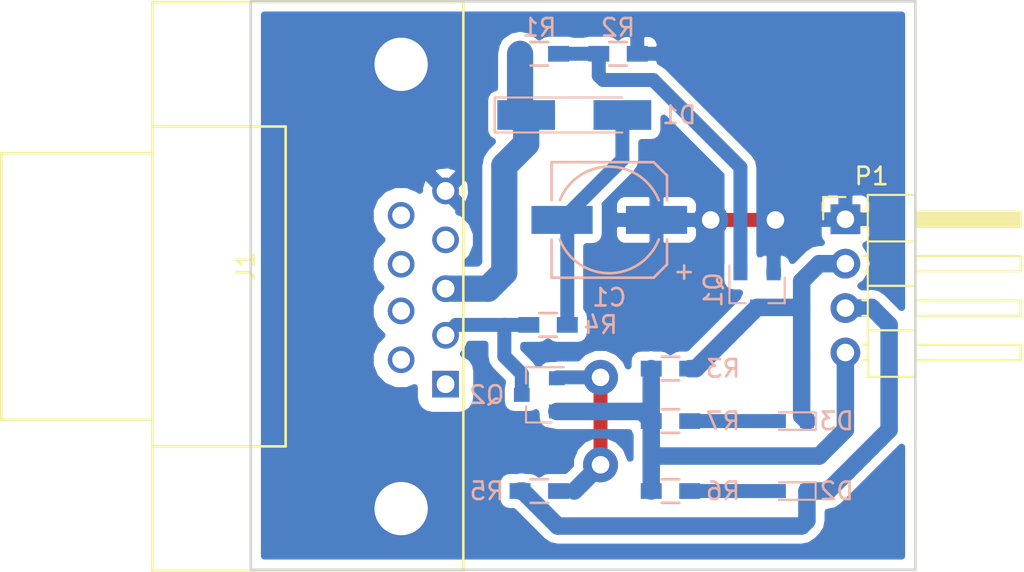
<source format=kicad_pcb>
(kicad_pcb (version 4) (host pcbnew 4.0.7-e2-6376~58~ubuntu16.04.1)

  (general
    (links 26)
    (no_connects 0)
    (area 27.424999 16.924999 65.575001 49.575001)
    (thickness 1.6)
    (drawings 4)
    (tracks 67)
    (zones 0)
    (modules 15)
    (nets 18)
  )

  (page A4 portrait)
  (layers
    (0 F.Cu signal)
    (31 B.Cu signal)
    (32 B.Adhes user)
    (33 F.Adhes user)
    (34 B.Paste user)
    (35 F.Paste user)
    (36 B.SilkS user)
    (37 F.SilkS user)
    (38 B.Mask user)
    (39 F.Mask user)
    (40 Dwgs.User user)
    (41 Cmts.User user)
    (42 Eco1.User user)
    (43 Eco2.User user)
    (44 Edge.Cuts user)
    (45 Margin user)
    (46 B.CrtYd user)
    (47 F.CrtYd user)
    (48 B.Fab user)
    (49 F.Fab user)
  )

  (setup
    (last_trace_width 0.8)
    (user_trace_width 0.8)
    (user_trace_width 1)
    (user_trace_width 1.5)
    (trace_clearance 0.5)
    (zone_clearance 0.508)
    (zone_45_only no)
    (trace_min 0.2)
    (segment_width 0.2)
    (edge_width 0.15)
    (via_size 2)
    (via_drill 1)
    (via_min_size 0.4)
    (via_min_drill 0.3)
    (uvia_size 0.3)
    (uvia_drill 0.1)
    (uvias_allowed no)
    (uvia_min_size 0.2)
    (uvia_min_drill 0.1)
    (pcb_text_width 0.3)
    (pcb_text_size 1.5 1.5)
    (mod_edge_width 0.15)
    (mod_text_size 1 1)
    (mod_text_width 0.15)
    (pad_size 3.81 3.81)
    (pad_drill 3.048)
    (pad_to_mask_clearance 0.2)
    (aux_axis_origin 0 0)
    (visible_elements FFFFFF7F)
    (pcbplotparams
      (layerselection 0x00030_80000001)
      (usegerberextensions false)
      (excludeedgelayer true)
      (linewidth 0.100000)
      (plotframeref false)
      (viasonmask false)
      (mode 1)
      (useauxorigin false)
      (hpglpennumber 1)
      (hpglpenspeed 20)
      (hpglpendiameter 15)
      (hpglpenoverlay 2)
      (psnegative false)
      (psa4output false)
      (plotreference true)
      (plotvalue true)
      (plotinvisibletext false)
      (padsonsilk false)
      (subtractmaskfromsilk false)
      (outputformat 1)
      (mirror false)
      (drillshape 1)
      (scaleselection 1)
      (outputdirectory ""))
  )

  (net 0 "")
  (net 1 GND)
  (net 2 "Net-(C1-Pad2)")
  (net 3 "Net-(D1-Pad1)")
  (net 4 "Net-(D2-Pad2)")
  (net 5 "Net-(D2-Pad1)")
  (net 6 "Net-(D3-Pad2)")
  (net 7 "Net-(D3-Pad1)")
  (net 8 "Net-(J1-Pad1)")
  (net 9 "Net-(J1-Pad2)")
  (net 10 "Net-(J1-Pad4)")
  (net 11 "Net-(J1-Pad6)")
  (net 12 "Net-(J1-Pad7)")
  (net 13 "Net-(J1-Pad8)")
  (net 14 "Net-(J1-Pad9)")
  (net 15 VCC)
  (net 16 "Net-(Q1-Pad1)")
  (net 17 "Net-(Q2-Pad1)")

  (net_class Default "This is the default net class."
    (clearance 0.5)
    (trace_width 0.8)
    (via_dia 2)
    (via_drill 1)
    (uvia_dia 0.3)
    (uvia_drill 0.1)
    (add_net GND)
    (add_net "Net-(C1-Pad2)")
    (add_net "Net-(D1-Pad1)")
    (add_net "Net-(D2-Pad1)")
    (add_net "Net-(D2-Pad2)")
    (add_net "Net-(D3-Pad1)")
    (add_net "Net-(D3-Pad2)")
    (add_net "Net-(J1-Pad1)")
    (add_net "Net-(J1-Pad2)")
    (add_net "Net-(J1-Pad4)")
    (add_net "Net-(J1-Pad6)")
    (add_net "Net-(J1-Pad7)")
    (add_net "Net-(J1-Pad8)")
    (add_net "Net-(J1-Pad9)")
    (add_net "Net-(Q1-Pad1)")
    (add_net "Net-(Q2-Pad1)")
    (add_net VCC)
  )

  (net_class 1mm ""
    (clearance 0.3)
    (trace_width 1)
    (via_dia 2)
    (via_drill 1)
    (uvia_dia 0.3)
    (uvia_drill 0.1)
  )

  (module Diodes_SMD:MiniMELF_Handsoldering (layer B.Cu) (tedit 586459CA) (tstamp 5A8BACD7)
    (at 46 23.5)
    (descr "Diode Mini-MELF Handsoldering")
    (tags "Diode Mini-MELF Handsoldering")
    (path /5A8219CC)
    (attr smd)
    (fp_text reference D1 (at 6 0) (layer B.SilkS)
      (effects (font (size 1 1) (thickness 0.15)) (justify mirror))
    )
    (fp_text value 1N4148 (at 0 -3.81) (layer B.Fab)
      (effects (font (size 1 1) (thickness 0.15)) (justify mirror))
    )
    (fp_line (start 2.75 1) (end -4.55 1) (layer B.SilkS) (width 0.12))
    (fp_line (start -4.55 1) (end -4.55 -1) (layer B.SilkS) (width 0.12))
    (fp_line (start -4.55 -1) (end 2.75 -1) (layer B.SilkS) (width 0.12))
    (fp_line (start 1.65 0.8) (end 1.65 -0.8) (layer B.Fab) (width 0.1))
    (fp_line (start 1.65 -0.8) (end -1.65 -0.8) (layer B.Fab) (width 0.1))
    (fp_line (start -1.65 -0.8) (end -1.65 0.8) (layer B.Fab) (width 0.1))
    (fp_line (start -1.65 0.8) (end 1.65 0.8) (layer B.Fab) (width 0.1))
    (fp_line (start 0.25 0) (end 0.75 0) (layer B.Fab) (width 0.1))
    (fp_line (start 0.25 -0.4) (end -0.35 0) (layer B.Fab) (width 0.1))
    (fp_line (start 0.25 0.4) (end 0.25 -0.4) (layer B.Fab) (width 0.1))
    (fp_line (start -0.35 0) (end 0.25 0.4) (layer B.Fab) (width 0.1))
    (fp_line (start -0.35 0) (end -0.35 -0.55) (layer B.Fab) (width 0.1))
    (fp_line (start -0.35 0) (end -0.35 0.55) (layer B.Fab) (width 0.1))
    (fp_line (start -0.75 0) (end -0.35 0) (layer B.Fab) (width 0.1))
    (fp_line (start -4.65 1.1) (end 4.65 1.1) (layer B.CrtYd) (width 0.05))
    (fp_line (start 4.65 1.1) (end 4.65 -1.1) (layer B.CrtYd) (width 0.05))
    (fp_line (start 4.65 -1.1) (end -4.65 -1.1) (layer B.CrtYd) (width 0.05))
    (fp_line (start -4.65 -1.1) (end -4.65 1.1) (layer B.CrtYd) (width 0.05))
    (pad 1 smd rect (at -2.75 0) (size 3.3 1.7) (layers B.Cu B.Paste B.Mask)
      (net 3 "Net-(D1-Pad1)"))
    (pad 2 smd rect (at 2.75 0) (size 3.3 1.7) (layers B.Cu B.Paste B.Mask)
      (net 2 "Net-(C1-Pad2)"))
    (model Diodes_SMD.3dshapes/MiniMELF_Handsoldering.wrl
      (at (xyz 0 0 0))
      (scale (xyz 0.3937 0.3937 0.3937))
      (rotate (xyz 0 0 180))
    )
  )

  (module Capacitors_SMD:c_elec_6.3x7.7 (layer B.Cu) (tedit 57FA45E9) (tstamp 5A8BACBF)
    (at 48 29.5 180)
    (descr "SMT capacitor, aluminium electrolytic, 6.3x7.7")
    (path /5A821B20)
    (attr smd)
    (fp_text reference C1 (at 0 -4.4323 180) (layer B.SilkS)
      (effects (font (size 1 1) (thickness 0.15)) (justify mirror))
    )
    (fp_text value 10uF (at 0 4.4323 180) (layer B.Fab)
      (effects (font (size 1 1) (thickness 0.15)) (justify mirror))
    )
    (fp_line (start 3.1496 -3.1496) (end 3.1496 3.1496) (layer B.Fab) (width 0.15))
    (fp_line (start -2.4765 -3.1496) (end 3.1496 -3.1496) (layer B.Fab) (width 0.15))
    (fp_line (start -3.1496 -2.4765) (end -2.4765 -3.1496) (layer B.Fab) (width 0.15))
    (fp_line (start -3.1496 2.4765) (end -3.1496 -2.4765) (layer B.Fab) (width 0.15))
    (fp_line (start -2.4765 3.1496) (end -3.1496 2.4765) (layer B.Fab) (width 0.15))
    (fp_line (start 3.1496 3.1496) (end -2.4765 3.1496) (layer B.Fab) (width 0.15))
    (fp_text user + (at -1.7272 0.0762 180) (layer B.Fab)
      (effects (font (size 1 1) (thickness 0.15)) (justify mirror))
    )
    (fp_arc (start 0 0) (end 2.8321 -1.1176) (angle -136.9770428) (layer B.SilkS) (width 0.15))
    (fp_arc (start 0 0) (end -2.8321 1.1176) (angle -136.9770428) (layer B.SilkS) (width 0.15))
    (fp_line (start -3.302 -2.54) (end -3.302 -1.1176) (layer B.SilkS) (width 0.15))
    (fp_line (start 3.302 -3.302) (end 3.302 -1.1176) (layer B.SilkS) (width 0.15))
    (fp_line (start 3.302 3.302) (end 3.302 1.1176) (layer B.SilkS) (width 0.15))
    (fp_line (start -3.302 2.54) (end -3.302 1.1176) (layer B.SilkS) (width 0.15))
    (fp_text user + (at -4.2799 -2.9083 180) (layer B.SilkS)
      (effects (font (size 1 1) (thickness 0.15)) (justify mirror))
    )
    (fp_line (start 4.85 3.55) (end -4.85 3.55) (layer B.CrtYd) (width 0.05))
    (fp_line (start -4.85 3.55) (end -4.85 -3.55) (layer B.CrtYd) (width 0.05))
    (fp_line (start -4.85 -3.55) (end 4.85 -3.55) (layer B.CrtYd) (width 0.05))
    (fp_line (start 4.85 -3.55) (end 4.85 3.55) (layer B.CrtYd) (width 0.05))
    (fp_line (start 3.302 -3.302) (end -2.54 -3.302) (layer B.SilkS) (width 0.15))
    (fp_line (start -2.54 -3.302) (end -3.302 -2.54) (layer B.SilkS) (width 0.15))
    (fp_line (start -3.302 2.54) (end -2.54 3.302) (layer B.SilkS) (width 0.15))
    (fp_line (start -2.54 3.302) (end 3.302 3.302) (layer B.SilkS) (width 0.15))
    (pad 1 smd rect (at -2.7 0) (size 3.5 1.6) (layers B.Cu B.Paste B.Mask)
      (net 1 GND))
    (pad 2 smd rect (at 2.7 0) (size 3.5 1.6) (layers B.Cu B.Paste B.Mask)
      (net 2 "Net-(C1-Pad2)"))
    (model Capacitors_SMD.3dshapes/c_elec_6.3x7.7.wrl
      (at (xyz 0 0 0))
      (scale (xyz 1 1 1))
      (rotate (xyz 0 0 180))
    )
  )

  (module Connectors:DB9FC (layer F.Cu) (tedit 5A831819) (tstamp 5A8BAD1A)
    (at 37.37 33.43 90)
    (descr "Connecteur DB9 femelle couche")
    (tags "CONN DB9")
    (path /5A821856)
    (fp_text reference J1 (at 1.27 -10.16 90) (layer F.SilkS)
      (effects (font (size 1 1) (thickness 0.15)))
    )
    (fp_text value DB9 (at 1.27 -3.81 90) (layer F.Fab)
      (effects (font (size 1 1) (thickness 0.15)))
    )
    (fp_line (start -16.129 2.286) (end 16.383 2.286) (layer F.SilkS) (width 0.15))
    (fp_line (start 16.383 2.286) (end 16.383 -15.494) (layer F.SilkS) (width 0.15))
    (fp_line (start 16.383 -15.494) (end -16.129 -15.494) (layer F.SilkS) (width 0.15))
    (fp_line (start -16.129 -15.494) (end -16.129 2.286) (layer F.SilkS) (width 0.15))
    (fp_line (start -9.017 -15.494) (end -9.017 -7.874) (layer F.SilkS) (width 0.15))
    (fp_line (start -9.017 -7.874) (end 9.271 -7.874) (layer F.SilkS) (width 0.15))
    (fp_line (start 9.271 -7.874) (end 9.271 -15.494) (layer F.SilkS) (width 0.15))
    (fp_line (start -7.493 -15.494) (end -7.493 -24.13) (layer F.SilkS) (width 0.15))
    (fp_line (start -7.493 -24.13) (end 7.747 -24.13) (layer F.SilkS) (width 0.15))
    (fp_line (start 7.747 -24.13) (end 7.747 -15.494) (layer F.SilkS) (width 0.15))
    (pad "" thru_hole circle (at 12.827 -1.27 90) (size 3.81 3.81) (drill 3.048) (layers *.Cu *.Mask)
      (net 1 GND) (zone_connect 2))
    (pad "" thru_hole circle (at -12.573 -1.27 90) (size 3.81 3.81) (drill 3.048) (layers *.Cu *.Mask)
      (net 1 GND) (zone_connect 2))
    (pad 1 thru_hole rect (at -5.461 1.27 90) (size 1.524 1.524) (drill 1.016) (layers *.Cu *.Mask)
      (net 8 "Net-(J1-Pad1)") (clearance 0.8))
    (pad 2 thru_hole circle (at -2.667 1.27 90) (size 1.524 1.524) (drill 1.016) (layers *.Cu *.Mask)
      (net 9 "Net-(J1-Pad2)"))
    (pad 3 thru_hole circle (at 0 1.27 90) (size 1.524 1.524) (drill 1.016) (layers *.Cu *.Mask)
      (net 3 "Net-(D1-Pad1)"))
    (pad 4 thru_hole circle (at 2.794 1.27 90) (size 1.524 1.524) (drill 1.016) (layers *.Cu *.Mask)
      (net 10 "Net-(J1-Pad4)") (clearance 0.8))
    (pad 5 thru_hole circle (at 5.588 1.27 90) (size 1.524 1.524) (drill 1.016) (layers *.Cu *.Mask)
      (net 1 GND))
    (pad 6 thru_hole circle (at -4.064 -1.27 90) (size 1.524 1.524) (drill 1.016) (layers *.Cu *.Mask)
      (net 11 "Net-(J1-Pad6)") (clearance 0.8))
    (pad 7 thru_hole circle (at -1.27 -1.27 90) (size 1.524 1.524) (drill 1.016) (layers *.Cu *.Mask)
      (net 12 "Net-(J1-Pad7)") (clearance 0.8))
    (pad 8 thru_hole circle (at 1.397 -1.27 90) (size 1.524 1.524) (drill 1.016) (layers *.Cu *.Mask)
      (net 13 "Net-(J1-Pad8)") (clearance 0.8))
    (pad 9 thru_hole circle (at 4.191 -1.27 90) (size 1.524 1.524) (drill 1.016) (layers *.Cu *.Mask)
      (net 14 "Net-(J1-Pad9)") (clearance 0.8))
    (model Connect.3dshapes/DB9FC.wrl
      (at (xyz 0 0 0))
      (scale (xyz 1 1 1))
      (rotate (xyz 0 0 0))
    )
  )

  (module Pin_Headers:Pin_Header_Angled_1x04_Pitch2.54mm (layer F.Cu) (tedit 5862ED52) (tstamp 5A8BAD77)
    (at 61.5 29.46)
    (descr "Through hole angled pin header, 1x04, 2.54mm pitch, 6mm pin length, single row")
    (tags "Through hole angled pin header THT 1x04 2.54mm single row")
    (path /5A822E63)
    (fp_text reference P1 (at 1.5 -2.46) (layer F.SilkS)
      (effects (font (size 1 1) (thickness 0.15)))
    )
    (fp_text value CONN_01X04 (at 4.315 9.89) (layer F.Fab)
      (effects (font (size 1 1) (thickness 0.15)))
    )
    (fp_line (start 1.4 -1.27) (end 1.4 1.27) (layer F.Fab) (width 0.1))
    (fp_line (start 1.4 1.27) (end 3.9 1.27) (layer F.Fab) (width 0.1))
    (fp_line (start 3.9 1.27) (end 3.9 -1.27) (layer F.Fab) (width 0.1))
    (fp_line (start 3.9 -1.27) (end 1.4 -1.27) (layer F.Fab) (width 0.1))
    (fp_line (start 0 -0.32) (end 0 0.32) (layer F.Fab) (width 0.1))
    (fp_line (start 0 0.32) (end 9.9 0.32) (layer F.Fab) (width 0.1))
    (fp_line (start 9.9 0.32) (end 9.9 -0.32) (layer F.Fab) (width 0.1))
    (fp_line (start 9.9 -0.32) (end 0 -0.32) (layer F.Fab) (width 0.1))
    (fp_line (start 1.4 1.27) (end 1.4 3.81) (layer F.Fab) (width 0.1))
    (fp_line (start 1.4 3.81) (end 3.9 3.81) (layer F.Fab) (width 0.1))
    (fp_line (start 3.9 3.81) (end 3.9 1.27) (layer F.Fab) (width 0.1))
    (fp_line (start 3.9 1.27) (end 1.4 1.27) (layer F.Fab) (width 0.1))
    (fp_line (start 0 2.22) (end 0 2.86) (layer F.Fab) (width 0.1))
    (fp_line (start 0 2.86) (end 9.9 2.86) (layer F.Fab) (width 0.1))
    (fp_line (start 9.9 2.86) (end 9.9 2.22) (layer F.Fab) (width 0.1))
    (fp_line (start 9.9 2.22) (end 0 2.22) (layer F.Fab) (width 0.1))
    (fp_line (start 1.4 3.81) (end 1.4 6.35) (layer F.Fab) (width 0.1))
    (fp_line (start 1.4 6.35) (end 3.9 6.35) (layer F.Fab) (width 0.1))
    (fp_line (start 3.9 6.35) (end 3.9 3.81) (layer F.Fab) (width 0.1))
    (fp_line (start 3.9 3.81) (end 1.4 3.81) (layer F.Fab) (width 0.1))
    (fp_line (start 0 4.76) (end 0 5.4) (layer F.Fab) (width 0.1))
    (fp_line (start 0 5.4) (end 9.9 5.4) (layer F.Fab) (width 0.1))
    (fp_line (start 9.9 5.4) (end 9.9 4.76) (layer F.Fab) (width 0.1))
    (fp_line (start 9.9 4.76) (end 0 4.76) (layer F.Fab) (width 0.1))
    (fp_line (start 1.4 6.35) (end 1.4 8.89) (layer F.Fab) (width 0.1))
    (fp_line (start 1.4 8.89) (end 3.9 8.89) (layer F.Fab) (width 0.1))
    (fp_line (start 3.9 8.89) (end 3.9 6.35) (layer F.Fab) (width 0.1))
    (fp_line (start 3.9 6.35) (end 1.4 6.35) (layer F.Fab) (width 0.1))
    (fp_line (start 0 7.3) (end 0 7.94) (layer F.Fab) (width 0.1))
    (fp_line (start 0 7.94) (end 9.9 7.94) (layer F.Fab) (width 0.1))
    (fp_line (start 9.9 7.94) (end 9.9 7.3) (layer F.Fab) (width 0.1))
    (fp_line (start 9.9 7.3) (end 0 7.3) (layer F.Fab) (width 0.1))
    (fp_line (start 1.28 -1.39) (end 1.28 1.27) (layer F.SilkS) (width 0.12))
    (fp_line (start 1.28 1.27) (end 4.02 1.27) (layer F.SilkS) (width 0.12))
    (fp_line (start 4.02 1.27) (end 4.02 -1.39) (layer F.SilkS) (width 0.12))
    (fp_line (start 4.02 -1.39) (end 1.28 -1.39) (layer F.SilkS) (width 0.12))
    (fp_line (start 4.02 -0.44) (end 4.02 0.44) (layer F.SilkS) (width 0.12))
    (fp_line (start 4.02 0.44) (end 10.02 0.44) (layer F.SilkS) (width 0.12))
    (fp_line (start 10.02 0.44) (end 10.02 -0.44) (layer F.SilkS) (width 0.12))
    (fp_line (start 10.02 -0.44) (end 4.02 -0.44) (layer F.SilkS) (width 0.12))
    (fp_line (start 0.97 -0.44) (end 1.28 -0.44) (layer F.SilkS) (width 0.12))
    (fp_line (start 0.97 0.44) (end 1.28 0.44) (layer F.SilkS) (width 0.12))
    (fp_line (start 4.02 -0.32) (end 10.02 -0.32) (layer F.SilkS) (width 0.12))
    (fp_line (start 4.02 -0.2) (end 10.02 -0.2) (layer F.SilkS) (width 0.12))
    (fp_line (start 4.02 -0.08) (end 10.02 -0.08) (layer F.SilkS) (width 0.12))
    (fp_line (start 4.02 0.04) (end 10.02 0.04) (layer F.SilkS) (width 0.12))
    (fp_line (start 4.02 0.16) (end 10.02 0.16) (layer F.SilkS) (width 0.12))
    (fp_line (start 4.02 0.28) (end 10.02 0.28) (layer F.SilkS) (width 0.12))
    (fp_line (start 4.02 0.4) (end 10.02 0.4) (layer F.SilkS) (width 0.12))
    (fp_line (start 1.28 1.27) (end 1.28 3.81) (layer F.SilkS) (width 0.12))
    (fp_line (start 1.28 3.81) (end 4.02 3.81) (layer F.SilkS) (width 0.12))
    (fp_line (start 4.02 3.81) (end 4.02 1.27) (layer F.SilkS) (width 0.12))
    (fp_line (start 4.02 1.27) (end 1.28 1.27) (layer F.SilkS) (width 0.12))
    (fp_line (start 4.02 2.1) (end 4.02 2.98) (layer F.SilkS) (width 0.12))
    (fp_line (start 4.02 2.98) (end 10.02 2.98) (layer F.SilkS) (width 0.12))
    (fp_line (start 10.02 2.98) (end 10.02 2.1) (layer F.SilkS) (width 0.12))
    (fp_line (start 10.02 2.1) (end 4.02 2.1) (layer F.SilkS) (width 0.12))
    (fp_line (start 0.97 2.1) (end 1.28 2.1) (layer F.SilkS) (width 0.12))
    (fp_line (start 0.97 2.98) (end 1.28 2.98) (layer F.SilkS) (width 0.12))
    (fp_line (start 1.28 3.81) (end 1.28 6.35) (layer F.SilkS) (width 0.12))
    (fp_line (start 1.28 6.35) (end 4.02 6.35) (layer F.SilkS) (width 0.12))
    (fp_line (start 4.02 6.35) (end 4.02 3.81) (layer F.SilkS) (width 0.12))
    (fp_line (start 4.02 3.81) (end 1.28 3.81) (layer F.SilkS) (width 0.12))
    (fp_line (start 4.02 4.64) (end 4.02 5.52) (layer F.SilkS) (width 0.12))
    (fp_line (start 4.02 5.52) (end 10.02 5.52) (layer F.SilkS) (width 0.12))
    (fp_line (start 10.02 5.52) (end 10.02 4.64) (layer F.SilkS) (width 0.12))
    (fp_line (start 10.02 4.64) (end 4.02 4.64) (layer F.SilkS) (width 0.12))
    (fp_line (start 0.97 4.64) (end 1.28 4.64) (layer F.SilkS) (width 0.12))
    (fp_line (start 0.97 5.52) (end 1.28 5.52) (layer F.SilkS) (width 0.12))
    (fp_line (start 1.28 6.35) (end 1.28 9.01) (layer F.SilkS) (width 0.12))
    (fp_line (start 1.28 9.01) (end 4.02 9.01) (layer F.SilkS) (width 0.12))
    (fp_line (start 4.02 9.01) (end 4.02 6.35) (layer F.SilkS) (width 0.12))
    (fp_line (start 4.02 6.35) (end 1.28 6.35) (layer F.SilkS) (width 0.12))
    (fp_line (start 4.02 7.18) (end 4.02 8.06) (layer F.SilkS) (width 0.12))
    (fp_line (start 4.02 8.06) (end 10.02 8.06) (layer F.SilkS) (width 0.12))
    (fp_line (start 10.02 8.06) (end 10.02 7.18) (layer F.SilkS) (width 0.12))
    (fp_line (start 10.02 7.18) (end 4.02 7.18) (layer F.SilkS) (width 0.12))
    (fp_line (start 0.97 7.18) (end 1.28 7.18) (layer F.SilkS) (width 0.12))
    (fp_line (start 0.97 8.06) (end 1.28 8.06) (layer F.SilkS) (width 0.12))
    (fp_line (start -1.27 0) (end -1.27 -1.27) (layer F.SilkS) (width 0.12))
    (fp_line (start -1.27 -1.27) (end 0 -1.27) (layer F.SilkS) (width 0.12))
    (fp_line (start -1.6 -1.6) (end -1.6 9.2) (layer F.CrtYd) (width 0.05))
    (fp_line (start -1.6 9.2) (end 10.2 9.2) (layer F.CrtYd) (width 0.05))
    (fp_line (start 10.2 9.2) (end 10.2 -1.6) (layer F.CrtYd) (width 0.05))
    (fp_line (start 10.2 -1.6) (end -1.6 -1.6) (layer F.CrtYd) (width 0.05))
    (pad 1 thru_hole rect (at 0 0) (size 1.7 1.7) (drill 1) (layers *.Cu *.Mask)
      (net 1 GND))
    (pad 2 thru_hole oval (at 0 2.54) (size 1.7 1.7) (drill 1) (layers *.Cu *.Mask)
      (net 7 "Net-(D3-Pad1)"))
    (pad 3 thru_hole oval (at 0 5.08) (size 1.7 1.7) (drill 1) (layers *.Cu *.Mask)
      (net 5 "Net-(D2-Pad1)"))
    (pad 4 thru_hole oval (at 0 7.62) (size 1.7 1.7) (drill 1) (layers *.Cu *.Mask)
      (net 15 VCC))
    (model Pin_Headers.3dshapes/Pin_Header_Angled_1x04_Pitch2.54mm.wrl
      (at (xyz 0 -0.15 0))
      (scale (xyz 1 1 1))
      (rotate (xyz 0 0 90))
    )
  )

  (module TO_SOT_Packages_SMD:SOT-23 (layer B.Cu) (tedit 583F39EB) (tstamp 5A8BAD8A)
    (at 56.45 33.5 270)
    (descr "SOT-23, Standard")
    (tags SOT-23)
    (path /5A824BCD)
    (attr smd)
    (fp_text reference Q1 (at 0 2.5 270) (layer B.SilkS)
      (effects (font (size 1 1) (thickness 0.15)) (justify mirror))
    )
    (fp_text value 2N7002 (at 0 -2.5 270) (layer B.Fab)
      (effects (font (size 1 1) (thickness 0.15)) (justify mirror))
    )
    (fp_line (start 0.76 -1.58) (end 0.76 -0.65) (layer B.SilkS) (width 0.12))
    (fp_line (start 0.76 1.58) (end 0.76 0.65) (layer B.SilkS) (width 0.12))
    (fp_line (start 0.7 1.52) (end 0.7 -1.52) (layer B.Fab) (width 0.15))
    (fp_line (start -0.7 -1.52) (end 0.7 -1.52) (layer B.Fab) (width 0.15))
    (fp_line (start -1.7 1.75) (end 1.7 1.75) (layer B.CrtYd) (width 0.05))
    (fp_line (start 1.7 1.75) (end 1.7 -1.75) (layer B.CrtYd) (width 0.05))
    (fp_line (start 1.7 -1.75) (end -1.7 -1.75) (layer B.CrtYd) (width 0.05))
    (fp_line (start -1.7 -1.75) (end -1.7 1.75) (layer B.CrtYd) (width 0.05))
    (fp_line (start 0.76 1.58) (end -1.4 1.58) (layer B.SilkS) (width 0.12))
    (fp_line (start -0.7 1.52) (end 0.7 1.52) (layer B.Fab) (width 0.15))
    (fp_line (start -0.7 1.52) (end -0.7 -1.52) (layer B.Fab) (width 0.15))
    (fp_line (start 0.76 -1.58) (end -0.7 -1.58) (layer B.SilkS) (width 0.12))
    (pad 1 smd rect (at -1 0.95 270) (size 0.9 0.8) (layers B.Cu B.Paste B.Mask)
      (net 16 "Net-(Q1-Pad1)"))
    (pad 2 smd rect (at -1 -0.95 270) (size 0.9 0.8) (layers B.Cu B.Paste B.Mask)
      (net 1 GND))
    (pad 3 smd rect (at 1 0 270) (size 0.9 0.8) (layers B.Cu B.Paste B.Mask)
      (net 7 "Net-(D3-Pad1)"))
    (model TO_SOT_Packages_SMD.3dshapes/SOT-23.wrl
      (at (xyz 0 0 0))
      (scale (xyz 1 1 1))
      (rotate (xyz 0 0 90))
    )
  )

  (module TO_SOT_Packages_SMD:SOT-23 (layer B.Cu) (tedit 583F39EB) (tstamp 5A8BAD9D)
    (at 44 39.5 180)
    (descr "SOT-23, Standard")
    (tags SOT-23)
    (path /5A824898)
    (attr smd)
    (fp_text reference Q2 (at 3 0 180) (layer B.SilkS)
      (effects (font (size 1 1) (thickness 0.15)) (justify mirror))
    )
    (fp_text value PNP-BC857 (at 0 -2.5 180) (layer B.Fab)
      (effects (font (size 1 1) (thickness 0.15)) (justify mirror))
    )
    (fp_line (start 0.76 -1.58) (end 0.76 -0.65) (layer B.SilkS) (width 0.12))
    (fp_line (start 0.76 1.58) (end 0.76 0.65) (layer B.SilkS) (width 0.12))
    (fp_line (start 0.7 1.52) (end 0.7 -1.52) (layer B.Fab) (width 0.15))
    (fp_line (start -0.7 -1.52) (end 0.7 -1.52) (layer B.Fab) (width 0.15))
    (fp_line (start -1.7 1.75) (end 1.7 1.75) (layer B.CrtYd) (width 0.05))
    (fp_line (start 1.7 1.75) (end 1.7 -1.75) (layer B.CrtYd) (width 0.05))
    (fp_line (start 1.7 -1.75) (end -1.7 -1.75) (layer B.CrtYd) (width 0.05))
    (fp_line (start -1.7 -1.75) (end -1.7 1.75) (layer B.CrtYd) (width 0.05))
    (fp_line (start 0.76 1.58) (end -1.4 1.58) (layer B.SilkS) (width 0.12))
    (fp_line (start -0.7 1.52) (end 0.7 1.52) (layer B.Fab) (width 0.15))
    (fp_line (start -0.7 1.52) (end -0.7 -1.52) (layer B.Fab) (width 0.15))
    (fp_line (start 0.76 -1.58) (end -0.7 -1.58) (layer B.SilkS) (width 0.12))
    (pad 1 smd rect (at -1 0.95 180) (size 0.9 0.8) (layers B.Cu B.Paste B.Mask)
      (net 17 "Net-(Q2-Pad1)"))
    (pad 2 smd rect (at -1 -0.95 180) (size 0.9 0.8) (layers B.Cu B.Paste B.Mask)
      (net 15 VCC))
    (pad 3 smd rect (at 1 0 180) (size 0.9 0.8) (layers B.Cu B.Paste B.Mask)
      (net 9 "Net-(J1-Pad2)"))
    (model TO_SOT_Packages_SMD.3dshapes/SOT-23.wrl
      (at (xyz 0 0 0))
      (scale (xyz 1 1 1))
      (rotate (xyz 0 0 90))
    )
  )

  (module Resistors_SMD:R_0603_HandSoldering (layer B.Cu) (tedit 58307AEF) (tstamp 5A8BADAD)
    (at 44 20)
    (descr "Resistor SMD 0603, hand soldering")
    (tags "resistor 0603")
    (path /5A822807)
    (attr smd)
    (fp_text reference R1 (at 0 -1.5) (layer B.SilkS)
      (effects (font (size 1 1) (thickness 0.15)) (justify mirror))
    )
    (fp_text value 10k (at 0 -1.9) (layer B.Fab)
      (effects (font (size 1 1) (thickness 0.15)) (justify mirror))
    )
    (fp_line (start -0.8 -0.4) (end -0.8 0.4) (layer B.Fab) (width 0.1))
    (fp_line (start 0.8 -0.4) (end -0.8 -0.4) (layer B.Fab) (width 0.1))
    (fp_line (start 0.8 0.4) (end 0.8 -0.4) (layer B.Fab) (width 0.1))
    (fp_line (start -0.8 0.4) (end 0.8 0.4) (layer B.Fab) (width 0.1))
    (fp_line (start -2 0.8) (end 2 0.8) (layer B.CrtYd) (width 0.05))
    (fp_line (start -2 -0.8) (end 2 -0.8) (layer B.CrtYd) (width 0.05))
    (fp_line (start -2 0.8) (end -2 -0.8) (layer B.CrtYd) (width 0.05))
    (fp_line (start 2 0.8) (end 2 -0.8) (layer B.CrtYd) (width 0.05))
    (fp_line (start 0.5 -0.675) (end -0.5 -0.675) (layer B.SilkS) (width 0.15))
    (fp_line (start -0.5 0.675) (end 0.5 0.675) (layer B.SilkS) (width 0.15))
    (pad 1 smd rect (at -1.1 0) (size 1.2 0.9) (layers B.Cu B.Paste B.Mask)
      (net 3 "Net-(D1-Pad1)"))
    (pad 2 smd rect (at 1.1 0) (size 1.2 0.9) (layers B.Cu B.Paste B.Mask)
      (net 16 "Net-(Q1-Pad1)"))
    (model Resistors_SMD.3dshapes/R_0603_HandSoldering.wrl
      (at (xyz 0 0 0))
      (scale (xyz 1 1 1))
      (rotate (xyz 0 0 0))
    )
  )

  (module Resistors_SMD:R_0603_HandSoldering (layer B.Cu) (tedit 58307AEF) (tstamp 5A8BADBD)
    (at 48.5 20)
    (descr "Resistor SMD 0603, hand soldering")
    (tags "resistor 0603")
    (path /5A823C79)
    (attr smd)
    (fp_text reference R2 (at 0 -1.5) (layer B.SilkS)
      (effects (font (size 1 1) (thickness 0.15)) (justify mirror))
    )
    (fp_text value 10k (at 0 -1.9) (layer B.Fab)
      (effects (font (size 1 1) (thickness 0.15)) (justify mirror))
    )
    (fp_line (start -0.8 -0.4) (end -0.8 0.4) (layer B.Fab) (width 0.1))
    (fp_line (start 0.8 -0.4) (end -0.8 -0.4) (layer B.Fab) (width 0.1))
    (fp_line (start 0.8 0.4) (end 0.8 -0.4) (layer B.Fab) (width 0.1))
    (fp_line (start -0.8 0.4) (end 0.8 0.4) (layer B.Fab) (width 0.1))
    (fp_line (start -2 0.8) (end 2 0.8) (layer B.CrtYd) (width 0.05))
    (fp_line (start -2 -0.8) (end 2 -0.8) (layer B.CrtYd) (width 0.05))
    (fp_line (start -2 0.8) (end -2 -0.8) (layer B.CrtYd) (width 0.05))
    (fp_line (start 2 0.8) (end 2 -0.8) (layer B.CrtYd) (width 0.05))
    (fp_line (start 0.5 -0.675) (end -0.5 -0.675) (layer B.SilkS) (width 0.15))
    (fp_line (start -0.5 0.675) (end 0.5 0.675) (layer B.SilkS) (width 0.15))
    (pad 1 smd rect (at -1.1 0) (size 1.2 0.9) (layers B.Cu B.Paste B.Mask)
      (net 16 "Net-(Q1-Pad1)"))
    (pad 2 smd rect (at 1.1 0) (size 1.2 0.9) (layers B.Cu B.Paste B.Mask)
      (net 1 GND))
    (model Resistors_SMD.3dshapes/R_0603_HandSoldering.wrl
      (at (xyz 0 0 0))
      (scale (xyz 1 1 1))
      (rotate (xyz 0 0 0))
    )
  )

  (module Resistors_SMD:R_0603_HandSoldering (layer B.Cu) (tedit 58307AEF) (tstamp 5A8BADCD)
    (at 51.5 38)
    (descr "Resistor SMD 0603, hand soldering")
    (tags "resistor 0603")
    (path /5A823BE5)
    (attr smd)
    (fp_text reference R3 (at 3 0) (layer B.SilkS)
      (effects (font (size 1 1) (thickness 0.15)) (justify mirror))
    )
    (fp_text value 10k (at 0 -1.9) (layer B.Fab)
      (effects (font (size 1 1) (thickness 0.15)) (justify mirror))
    )
    (fp_line (start -0.8 -0.4) (end -0.8 0.4) (layer B.Fab) (width 0.1))
    (fp_line (start 0.8 -0.4) (end -0.8 -0.4) (layer B.Fab) (width 0.1))
    (fp_line (start 0.8 0.4) (end 0.8 -0.4) (layer B.Fab) (width 0.1))
    (fp_line (start -0.8 0.4) (end 0.8 0.4) (layer B.Fab) (width 0.1))
    (fp_line (start -2 0.8) (end 2 0.8) (layer B.CrtYd) (width 0.05))
    (fp_line (start -2 -0.8) (end 2 -0.8) (layer B.CrtYd) (width 0.05))
    (fp_line (start -2 0.8) (end -2 -0.8) (layer B.CrtYd) (width 0.05))
    (fp_line (start 2 0.8) (end 2 -0.8) (layer B.CrtYd) (width 0.05))
    (fp_line (start 0.5 -0.675) (end -0.5 -0.675) (layer B.SilkS) (width 0.15))
    (fp_line (start -0.5 0.675) (end 0.5 0.675) (layer B.SilkS) (width 0.15))
    (pad 1 smd rect (at -1.1 0) (size 1.2 0.9) (layers B.Cu B.Paste B.Mask)
      (net 15 VCC))
    (pad 2 smd rect (at 1.1 0) (size 1.2 0.9) (layers B.Cu B.Paste B.Mask)
      (net 7 "Net-(D3-Pad1)"))
    (model Resistors_SMD.3dshapes/R_0603_HandSoldering.wrl
      (at (xyz 0 0 0))
      (scale (xyz 1 1 1))
      (rotate (xyz 0 0 0))
    )
  )

  (module Resistors_SMD:R_0603_HandSoldering (layer B.Cu) (tedit 58307AEF) (tstamp 5A8BADDD)
    (at 44.5 35.5)
    (descr "Resistor SMD 0603, hand soldering")
    (tags "resistor 0603")
    (path /5A823B22)
    (attr smd)
    (fp_text reference R4 (at 3 0) (layer B.SilkS)
      (effects (font (size 1 1) (thickness 0.15)) (justify mirror))
    )
    (fp_text value 10k (at 0 -1.9) (layer B.Fab)
      (effects (font (size 1 1) (thickness 0.15)) (justify mirror))
    )
    (fp_line (start -0.8 -0.4) (end -0.8 0.4) (layer B.Fab) (width 0.1))
    (fp_line (start 0.8 -0.4) (end -0.8 -0.4) (layer B.Fab) (width 0.1))
    (fp_line (start 0.8 0.4) (end 0.8 -0.4) (layer B.Fab) (width 0.1))
    (fp_line (start -0.8 0.4) (end 0.8 0.4) (layer B.Fab) (width 0.1))
    (fp_line (start -2 0.8) (end 2 0.8) (layer B.CrtYd) (width 0.05))
    (fp_line (start -2 -0.8) (end 2 -0.8) (layer B.CrtYd) (width 0.05))
    (fp_line (start -2 0.8) (end -2 -0.8) (layer B.CrtYd) (width 0.05))
    (fp_line (start 2 0.8) (end 2 -0.8) (layer B.CrtYd) (width 0.05))
    (fp_line (start 0.5 -0.675) (end -0.5 -0.675) (layer B.SilkS) (width 0.15))
    (fp_line (start -0.5 0.675) (end 0.5 0.675) (layer B.SilkS) (width 0.15))
    (pad 1 smd rect (at -1.1 0) (size 1.2 0.9) (layers B.Cu B.Paste B.Mask)
      (net 9 "Net-(J1-Pad2)"))
    (pad 2 smd rect (at 1.1 0) (size 1.2 0.9) (layers B.Cu B.Paste B.Mask)
      (net 2 "Net-(C1-Pad2)"))
    (model Resistors_SMD.3dshapes/R_0603_HandSoldering.wrl
      (at (xyz 0 0 0))
      (scale (xyz 1 1 1))
      (rotate (xyz 0 0 0))
    )
  )

  (module Resistors_SMD:R_0603_HandSoldering (layer B.Cu) (tedit 58307AEF) (tstamp 5A8BADED)
    (at 44 45 180)
    (descr "Resistor SMD 0603, hand soldering")
    (tags "resistor 0603")
    (path /5A823A34)
    (attr smd)
    (fp_text reference R5 (at 3 0 180) (layer B.SilkS)
      (effects (font (size 1 1) (thickness 0.15)) (justify mirror))
    )
    (fp_text value 10k (at 0 -1.9 180) (layer B.Fab)
      (effects (font (size 1 1) (thickness 0.15)) (justify mirror))
    )
    (fp_line (start -0.8 -0.4) (end -0.8 0.4) (layer B.Fab) (width 0.1))
    (fp_line (start 0.8 -0.4) (end -0.8 -0.4) (layer B.Fab) (width 0.1))
    (fp_line (start 0.8 0.4) (end 0.8 -0.4) (layer B.Fab) (width 0.1))
    (fp_line (start -0.8 0.4) (end 0.8 0.4) (layer B.Fab) (width 0.1))
    (fp_line (start -2 0.8) (end 2 0.8) (layer B.CrtYd) (width 0.05))
    (fp_line (start -2 -0.8) (end 2 -0.8) (layer B.CrtYd) (width 0.05))
    (fp_line (start -2 0.8) (end -2 -0.8) (layer B.CrtYd) (width 0.05))
    (fp_line (start 2 0.8) (end 2 -0.8) (layer B.CrtYd) (width 0.05))
    (fp_line (start 0.5 -0.675) (end -0.5 -0.675) (layer B.SilkS) (width 0.15))
    (fp_line (start -0.5 0.675) (end 0.5 0.675) (layer B.SilkS) (width 0.15))
    (pad 1 smd rect (at -1.1 0 180) (size 1.2 0.9) (layers B.Cu B.Paste B.Mask)
      (net 17 "Net-(Q2-Pad1)"))
    (pad 2 smd rect (at 1.1 0 180) (size 1.2 0.9) (layers B.Cu B.Paste B.Mask)
      (net 5 "Net-(D2-Pad1)"))
    (model Resistors_SMD.3dshapes/R_0603_HandSoldering.wrl
      (at (xyz 0 0 0))
      (scale (xyz 1 1 1))
      (rotate (xyz 0 0 0))
    )
  )

  (module LEDs:LED_0603 (layer B.Cu) (tedit 57FE93A5) (tstamp 5A83094C)
    (at 58.5 45 180)
    (descr "LED 0603 smd package")
    (tags "LED led 0603 SMD smd SMT smt smdled SMDLED smtled SMTLED")
    (path /5A821F43)
    (attr smd)
    (fp_text reference D2 (at -2.5 0 180) (layer B.SilkS)
      (effects (font (size 1 1) (thickness 0.15)) (justify mirror))
    )
    (fp_text value LED (at 0 -1.35 180) (layer B.Fab)
      (effects (font (size 1 1) (thickness 0.15)) (justify mirror))
    )
    (fp_line (start -1.3 0.5) (end -1.3 -0.5) (layer B.SilkS) (width 0.12))
    (fp_line (start -0.2 0.2) (end -0.2 -0.2) (layer B.Fab) (width 0.1))
    (fp_line (start -0.15 0) (end 0.15 0.2) (layer B.Fab) (width 0.1))
    (fp_line (start 0.15 -0.2) (end -0.15 0) (layer B.Fab) (width 0.1))
    (fp_line (start 0.15 0.2) (end 0.15 -0.2) (layer B.Fab) (width 0.1))
    (fp_line (start 0.8 -0.4) (end -0.8 -0.4) (layer B.Fab) (width 0.1))
    (fp_line (start 0.8 0.4) (end 0.8 -0.4) (layer B.Fab) (width 0.1))
    (fp_line (start -0.8 0.4) (end 0.8 0.4) (layer B.Fab) (width 0.1))
    (fp_line (start -0.8 -0.4) (end -0.8 0.4) (layer B.Fab) (width 0.1))
    (fp_line (start -1.3 -0.5) (end 0.8 -0.5) (layer B.SilkS) (width 0.12))
    (fp_line (start -1.3 0.5) (end 0.8 0.5) (layer B.SilkS) (width 0.12))
    (fp_line (start 1.45 0.65) (end 1.45 -0.65) (layer B.CrtYd) (width 0.05))
    (fp_line (start 1.45 -0.65) (end -1.45 -0.65) (layer B.CrtYd) (width 0.05))
    (fp_line (start -1.45 -0.65) (end -1.45 0.65) (layer B.CrtYd) (width 0.05))
    (fp_line (start -1.45 0.65) (end 1.45 0.65) (layer B.CrtYd) (width 0.05))
    (pad 2 smd rect (at 0.8 0) (size 0.8 0.8) (layers B.Cu B.Paste B.Mask)
      (net 4 "Net-(D2-Pad2)"))
    (pad 1 smd rect (at -0.8 0) (size 0.8 0.8) (layers B.Cu B.Paste B.Mask)
      (net 5 "Net-(D2-Pad1)"))
    (model LEDs.3dshapes/LED_0603.wrl
      (at (xyz 0 0 0))
      (scale (xyz 1 1 1))
      (rotate (xyz 0 0 180))
    )
  )

  (module LEDs:LED_0603 (layer B.Cu) (tedit 57FE93A5) (tstamp 5A830961)
    (at 58.5 41 180)
    (descr "LED 0603 smd package")
    (tags "LED led 0603 SMD smd SMT smt smdled SMDLED smtled SMTLED")
    (path /5A8237AA)
    (attr smd)
    (fp_text reference D3 (at -2.5 0 180) (layer B.SilkS)
      (effects (font (size 1 1) (thickness 0.15)) (justify mirror))
    )
    (fp_text value LED (at 0 -1.35 180) (layer B.Fab)
      (effects (font (size 1 1) (thickness 0.15)) (justify mirror))
    )
    (fp_line (start -1.3 0.5) (end -1.3 -0.5) (layer B.SilkS) (width 0.12))
    (fp_line (start -0.2 0.2) (end -0.2 -0.2) (layer B.Fab) (width 0.1))
    (fp_line (start -0.15 0) (end 0.15 0.2) (layer B.Fab) (width 0.1))
    (fp_line (start 0.15 -0.2) (end -0.15 0) (layer B.Fab) (width 0.1))
    (fp_line (start 0.15 0.2) (end 0.15 -0.2) (layer B.Fab) (width 0.1))
    (fp_line (start 0.8 -0.4) (end -0.8 -0.4) (layer B.Fab) (width 0.1))
    (fp_line (start 0.8 0.4) (end 0.8 -0.4) (layer B.Fab) (width 0.1))
    (fp_line (start -0.8 0.4) (end 0.8 0.4) (layer B.Fab) (width 0.1))
    (fp_line (start -0.8 -0.4) (end -0.8 0.4) (layer B.Fab) (width 0.1))
    (fp_line (start -1.3 -0.5) (end 0.8 -0.5) (layer B.SilkS) (width 0.12))
    (fp_line (start -1.3 0.5) (end 0.8 0.5) (layer B.SilkS) (width 0.12))
    (fp_line (start 1.45 0.65) (end 1.45 -0.65) (layer B.CrtYd) (width 0.05))
    (fp_line (start 1.45 -0.65) (end -1.45 -0.65) (layer B.CrtYd) (width 0.05))
    (fp_line (start -1.45 -0.65) (end -1.45 0.65) (layer B.CrtYd) (width 0.05))
    (fp_line (start -1.45 0.65) (end 1.45 0.65) (layer B.CrtYd) (width 0.05))
    (pad 2 smd rect (at 0.8 0) (size 0.8 0.8) (layers B.Cu B.Paste B.Mask)
      (net 6 "Net-(D3-Pad2)"))
    (pad 1 smd rect (at -0.8 0) (size 0.8 0.8) (layers B.Cu B.Paste B.Mask)
      (net 7 "Net-(D3-Pad1)"))
    (model LEDs.3dshapes/LED_0603.wrl
      (at (xyz 0 0 0))
      (scale (xyz 1 1 1))
      (rotate (xyz 0 0 180))
    )
  )

  (module Resistors_SMD:R_0603_HandSoldering (layer B.Cu) (tedit 58307AEF) (tstamp 5A830971)
    (at 51.5 45 180)
    (descr "Resistor SMD 0603, hand soldering")
    (tags "resistor 0603")
    (path /5A822087)
    (attr smd)
    (fp_text reference R6 (at -3 0 180) (layer B.SilkS)
      (effects (font (size 1 1) (thickness 0.15)) (justify mirror))
    )
    (fp_text value 1k (at 0 -1.9 180) (layer B.Fab)
      (effects (font (size 1 1) (thickness 0.15)) (justify mirror))
    )
    (fp_line (start -0.8 -0.4) (end -0.8 0.4) (layer B.Fab) (width 0.1))
    (fp_line (start 0.8 -0.4) (end -0.8 -0.4) (layer B.Fab) (width 0.1))
    (fp_line (start 0.8 0.4) (end 0.8 -0.4) (layer B.Fab) (width 0.1))
    (fp_line (start -0.8 0.4) (end 0.8 0.4) (layer B.Fab) (width 0.1))
    (fp_line (start -2 0.8) (end 2 0.8) (layer B.CrtYd) (width 0.05))
    (fp_line (start -2 -0.8) (end 2 -0.8) (layer B.CrtYd) (width 0.05))
    (fp_line (start -2 0.8) (end -2 -0.8) (layer B.CrtYd) (width 0.05))
    (fp_line (start 2 0.8) (end 2 -0.8) (layer B.CrtYd) (width 0.05))
    (fp_line (start 0.5 -0.675) (end -0.5 -0.675) (layer B.SilkS) (width 0.15))
    (fp_line (start -0.5 0.675) (end 0.5 0.675) (layer B.SilkS) (width 0.15))
    (pad 1 smd rect (at -1.1 0 180) (size 1.2 0.9) (layers B.Cu B.Paste B.Mask)
      (net 4 "Net-(D2-Pad2)"))
    (pad 2 smd rect (at 1.1 0 180) (size 1.2 0.9) (layers B.Cu B.Paste B.Mask)
      (net 15 VCC))
    (model Resistors_SMD.3dshapes/R_0603_HandSoldering.wrl
      (at (xyz 0 0 0))
      (scale (xyz 1 1 1))
      (rotate (xyz 0 0 0))
    )
  )

  (module Resistors_SMD:R_0603_HandSoldering (layer B.Cu) (tedit 58307AEF) (tstamp 5A830981)
    (at 51.5 41 180)
    (descr "Resistor SMD 0603, hand soldering")
    (tags "resistor 0603")
    (path /5A8237B0)
    (attr smd)
    (fp_text reference R7 (at -3 0 180) (layer B.SilkS)
      (effects (font (size 1 1) (thickness 0.15)) (justify mirror))
    )
    (fp_text value 1k (at 0 -1.9 180) (layer B.Fab)
      (effects (font (size 1 1) (thickness 0.15)) (justify mirror))
    )
    (fp_line (start -0.8 -0.4) (end -0.8 0.4) (layer B.Fab) (width 0.1))
    (fp_line (start 0.8 -0.4) (end -0.8 -0.4) (layer B.Fab) (width 0.1))
    (fp_line (start 0.8 0.4) (end 0.8 -0.4) (layer B.Fab) (width 0.1))
    (fp_line (start -0.8 0.4) (end 0.8 0.4) (layer B.Fab) (width 0.1))
    (fp_line (start -2 0.8) (end 2 0.8) (layer B.CrtYd) (width 0.05))
    (fp_line (start -2 -0.8) (end 2 -0.8) (layer B.CrtYd) (width 0.05))
    (fp_line (start -2 0.8) (end -2 -0.8) (layer B.CrtYd) (width 0.05))
    (fp_line (start 2 0.8) (end 2 -0.8) (layer B.CrtYd) (width 0.05))
    (fp_line (start 0.5 -0.675) (end -0.5 -0.675) (layer B.SilkS) (width 0.15))
    (fp_line (start -0.5 0.675) (end 0.5 0.675) (layer B.SilkS) (width 0.15))
    (pad 1 smd rect (at -1.1 0 180) (size 1.2 0.9) (layers B.Cu B.Paste B.Mask)
      (net 6 "Net-(D3-Pad2)"))
    (pad 2 smd rect (at 1.1 0 180) (size 1.2 0.9) (layers B.Cu B.Paste B.Mask)
      (net 15 VCC))
    (model Resistors_SMD.3dshapes/R_0603_HandSoldering.wrl
      (at (xyz 0 0 0))
      (scale (xyz 1 1 1))
      (rotate (xyz 0 0 0))
    )
  )

  (gr_line (start 65.5 17) (end 27.5 17) (layer Edge.Cuts) (width 0.15))
  (gr_line (start 65.5 49.5) (end 65.5 17) (layer Edge.Cuts) (width 0.15))
  (gr_line (start 27.5 49.5) (end 65.5 49.5) (layer Edge.Cuts) (width 0.15))
  (gr_line (start 27.5 17) (end 27.5 49.5) (layer Edge.Cuts) (width 0.15))

  (segment (start 57.5 29.5) (end 61.46 29.5) (width 0.8) (layer B.Cu) (net 1))
  (segment (start 61.46 29.5) (end 61.5 29.46) (width 0.8) (layer B.Cu) (net 1))
  (segment (start 53.8 29.5) (end 57.5 29.5) (width 0.8) (layer F.Cu) (net 1))
  (via (at 57.5 29.5) (size 2) (drill 1) (layers F.Cu B.Cu) (net 1))
  (segment (start 50.7 29.5) (end 53.8 29.5) (width 0.8) (layer B.Cu) (net 1))
  (via (at 53.8 29.5) (size 2) (drill 1) (layers F.Cu B.Cu) (net 1))
  (segment (start 45.6 35.5) (end 45.6 29.8) (width 0.8) (layer B.Cu) (net 2))
  (segment (start 45.6 29.8) (end 45.3 29.5) (width 0.8) (layer B.Cu) (net 2))
  (segment (start 48.75 23.5) (end 48.75 26.05) (width 0.8) (layer B.Cu) (net 2))
  (segment (start 48.75 26.05) (end 45.3 29.5) (width 0.8) (layer B.Cu) (net 2))
  (segment (start 38.64 33.43) (end 41.07 33.43) (width 1.5) (layer B.Cu) (net 3))
  (segment (start 41.07 33.43) (end 42 32.5) (width 1.5) (layer B.Cu) (net 3))
  (segment (start 42 32.5) (end 42 26.4) (width 1.5) (layer B.Cu) (net 3))
  (segment (start 42 26.4) (end 43.25 25.15) (width 1.5) (layer B.Cu) (net 3))
  (segment (start 43.25 25.15) (end 43.25 23.5) (width 1.5) (layer B.Cu) (net 3))
  (segment (start 42.9 20) (end 42.9 23.15) (width 1.5) (layer B.Cu) (net 3))
  (segment (start 42.9 23.15) (end 43.25 23.5) (width 1.5) (layer B.Cu) (net 3))
  (segment (start 52.6 45) (end 57.7 45) (width 0.8) (layer B.Cu) (net 4))
  (segment (start 59 47) (end 59.3 46.7) (width 1) (layer B.Cu) (net 5))
  (segment (start 59.3 46.7) (end 59.3 45) (width 1) (layer B.Cu) (net 5))
  (segment (start 45.05 47) (end 59 47) (width 1) (layer B.Cu) (net 5))
  (segment (start 42.9 45) (end 43.05 45) (width 1) (layer B.Cu) (net 5))
  (segment (start 43.05 45) (end 45.05 47) (width 1) (layer B.Cu) (net 5))
  (segment (start 63 34.5) (end 62.96 34.54) (width 1) (layer B.Cu) (net 5))
  (segment (start 62.96 34.54) (end 61.5 34.54) (width 1) (layer B.Cu) (net 5))
  (segment (start 64 35.5) (end 63 34.5) (width 1) (layer B.Cu) (net 5))
  (segment (start 64 41.5) (end 64 35.5) (width 1) (layer B.Cu) (net 5))
  (segment (start 59.3 45) (end 60.5 45) (width 1) (layer B.Cu) (net 5))
  (segment (start 60.5 45) (end 64 41.5) (width 1) (layer B.Cu) (net 5))
  (segment (start 52.6 41) (end 57.7 41) (width 0.8) (layer B.Cu) (net 6))
  (segment (start 59 34.5) (end 59 40.7) (width 1) (layer B.Cu) (net 7))
  (segment (start 59 40.7) (end 59.3 41) (width 1) (layer B.Cu) (net 7))
  (segment (start 59 34.5) (end 59 33) (width 1) (layer B.Cu) (net 7))
  (segment (start 60 32) (end 61.5 32) (width 1) (layer B.Cu) (net 7))
  (segment (start 59 33) (end 60 32) (width 1) (layer B.Cu) (net 7))
  (segment (start 56.45 34.5) (end 59 34.5) (width 1) (layer B.Cu) (net 7))
  (segment (start 52.6 38) (end 52.95 38) (width 1) (layer B.Cu) (net 7))
  (segment (start 52.95 38) (end 56.45 34.5) (width 1) (layer B.Cu) (net 7))
  (segment (start 43.4 35.5) (end 42 35.5) (width 0.8) (layer B.Cu) (net 9))
  (segment (start 42 35.5) (end 39.237 35.5) (width 0.8) (layer B.Cu) (net 9))
  (segment (start 43 39.5) (end 43 38.3) (width 0.8) (layer B.Cu) (net 9))
  (segment (start 43 38.3) (end 42 37.3) (width 0.8) (layer B.Cu) (net 9))
  (segment (start 42 37.3) (end 42 35.5) (width 0.8) (layer B.Cu) (net 9))
  (segment (start 39.237 35.5) (end 38.64 36.097) (width 0.8) (layer B.Cu) (net 9))
  (segment (start 60 43) (end 61.5 41.5) (width 1) (layer B.Cu) (net 15))
  (segment (start 50.4 43) (end 60 43) (width 1) (layer B.Cu) (net 15))
  (segment (start 61.5 41.5) (end 61.5 37.08) (width 1) (layer B.Cu) (net 15))
  (segment (start 50.4 43) (end 50.4 45) (width 1) (layer B.Cu) (net 15))
  (segment (start 50.4 41) (end 50.4 43) (width 1) (layer B.Cu) (net 15))
  (segment (start 50.4 38) (end 50.4 39.5) (width 1) (layer B.Cu) (net 15))
  (segment (start 50.4 39.5) (end 50.4 41) (width 1) (layer B.Cu) (net 15))
  (segment (start 45 40.45) (end 49.85 40.45) (width 1) (layer B.Cu) (net 15))
  (segment (start 49.85 40.45) (end 50.4 41) (width 1) (layer B.Cu) (net 15))
  (segment (start 45.1 20) (end 47.4 20) (width 0.8) (layer B.Cu) (net 16))
  (segment (start 47.65 21.5) (end 50.510002 21.5) (width 0.8) (layer B.Cu) (net 16))
  (segment (start 50.510002 21.5) (end 55.5 26.489998) (width 0.8) (layer B.Cu) (net 16))
  (segment (start 55.5 26.489998) (end 55.5 31.25) (width 0.8) (layer B.Cu) (net 16))
  (segment (start 55.5 31.25) (end 55.5 32.5) (width 0.8) (layer B.Cu) (net 16))
  (segment (start 47.4 20) (end 47.4 21.25) (width 0.8) (layer B.Cu) (net 16))
  (segment (start 47.4 21.25) (end 47.65 21.5) (width 0.8) (layer B.Cu) (net 16))
  (segment (start 47.5 38.5) (end 45.05 38.5) (width 0.8) (layer B.Cu) (net 17))
  (segment (start 45.05 38.5) (end 45 38.55) (width 0.8) (layer B.Cu) (net 17))
  (segment (start 47.5 43.5) (end 47.5 38.5) (width 0.8) (layer F.Cu) (net 17))
  (via (at 47.5 38.5) (size 2) (drill 1) (layers F.Cu B.Cu) (net 17))
  (segment (start 45.1 45) (end 46 45) (width 0.8) (layer B.Cu) (net 17))
  (segment (start 46 45) (end 47.5 43.5) (width 1) (layer B.Cu) (net 17))
  (via (at 47.5 43.5) (size 2) (drill 1) (layers F.Cu B.Cu) (net 17))

  (zone (net 1) (net_name GND) (layer B.Cu) (tstamp 0) (hatch edge 0.508)
    (connect_pads (clearance 0.508))
    (min_thickness 0.4)
    (fill yes (arc_segments 16) (thermal_gap 0.508) (thermal_bridge_width 0.8))
    (polygon
      (pts
        (xy 22 17) (xy 22 49.5) (xy 65.5 49.5) (xy 65.5 17)
      )
    )
    (filled_polygon
      (pts
        (xy 64.717 34.50863) (xy 63.854185 33.645815) (xy 63.819295 33.622502) (xy 63.462281 33.383953) (xy 63 33.292)
        (xy 62.798906 33.332) (xy 62.473064 33.332) (xy 62.380275 33.27) (xy 62.632195 33.101672) (xy 62.969927 32.596221)
        (xy 63.088523 32) (xy 62.969927 31.403779) (xy 62.664179 30.946196) (xy 62.75105 30.910213) (xy 62.950213 30.71105)
        (xy 63.058 30.45083) (xy 63.058 29.837) (xy 62.881 29.66) (xy 61.7 29.66) (xy 61.7 29.68)
        (xy 61.3 29.68) (xy 61.3 29.66) (xy 60.119 29.66) (xy 59.942 29.837) (xy 59.942 30.45083)
        (xy 60.049787 30.71105) (xy 60.130737 30.792) (xy 60 30.792) (xy 59.537719 30.883953) (xy 59.145815 31.145815)
        (xy 58.47123 31.8204) (xy 58.400213 31.64895) (xy 58.20105 31.449787) (xy 57.94083 31.342) (xy 57.777 31.342)
        (xy 57.6 31.519) (xy 57.6 32.3) (xy 57.62 32.3) (xy 57.62 32.7) (xy 57.6 32.7)
        (xy 57.6 32.72) (xy 57.2 32.72) (xy 57.2 32.7) (xy 57.18 32.7) (xy 57.18 32.3)
        (xy 57.2 32.3) (xy 57.2 31.519) (xy 57.023 31.342) (xy 56.85917 31.342) (xy 56.608 31.446038)
        (xy 56.608 28.46917) (xy 59.942 28.46917) (xy 59.942 29.083) (xy 60.119 29.26) (xy 61.3 29.26)
        (xy 61.3 28.079) (xy 61.7 28.079) (xy 61.7 29.26) (xy 62.881 29.26) (xy 63.058 29.083)
        (xy 63.058 28.46917) (xy 62.950213 28.20895) (xy 62.75105 28.009787) (xy 62.49083 27.902) (xy 61.877 27.902)
        (xy 61.7 28.079) (xy 61.3 28.079) (xy 61.123 27.902) (xy 60.50917 27.902) (xy 60.24895 28.009787)
        (xy 60.049787 28.20895) (xy 59.942 28.46917) (xy 56.608 28.46917) (xy 56.608 26.489998) (xy 56.523659 26.065985)
        (xy 56.523659 26.065984) (xy 56.283474 25.706524) (xy 51.293476 20.716526) (xy 50.934016 20.476341) (xy 50.908 20.471166)
        (xy 50.908 20.377) (xy 50.731 20.2) (xy 49.8 20.2) (xy 49.8 20.22) (xy 49.4 20.22)
        (xy 49.4 20.2) (xy 49.38 20.2) (xy 49.38 19.8) (xy 49.4 19.8) (xy 49.4 19.019)
        (xy 49.8 19.019) (xy 49.8 19.8) (xy 50.731 19.8) (xy 50.908 19.623) (xy 50.908 19.40917)
        (xy 50.800213 19.14895) (xy 50.60105 18.949787) (xy 50.34083 18.842) (xy 49.977 18.842) (xy 49.8 19.019)
        (xy 49.4 19.019) (xy 49.223 18.842) (xy 48.85917 18.842) (xy 48.59895 18.949787) (xy 48.508313 19.040424)
        (xy 48.280848 18.885003) (xy 48 18.82813) (xy 46.8 18.82813) (xy 46.537631 18.877498) (xy 46.515094 18.892)
        (xy 45.991088 18.892) (xy 45.980848 18.885003) (xy 45.7 18.82813) (xy 44.5 18.82813) (xy 44.237631 18.877498)
        (xy 43.996733 19.032511) (xy 43.953749 19.003141) (xy 43.930962 18.969038) (xy 43.457952 18.652984) (xy 42.9 18.542)
        (xy 42.342048 18.652984) (xy 41.869038 18.969038) (xy 41.849174 18.998767) (xy 41.796661 19.032558) (xy 41.635003 19.269152)
        (xy 41.620432 19.341104) (xy 41.552984 19.442048) (xy 41.442 20) (xy 41.442 21.95786) (xy 41.337631 21.977498)
        (xy 41.096661 22.132558) (xy 40.935003 22.369152) (xy 40.87813 22.65) (xy 40.87813 24.35) (xy 40.927498 24.612369)
        (xy 41.082558 24.853339) (xy 41.319152 25.014997) (xy 41.322418 25.015658) (xy 40.969038 25.369038) (xy 40.652984 25.842047)
        (xy 40.551755 26.350958) (xy 40.542 26.4) (xy 40.542 31.896077) (xy 40.466076 31.972) (xy 39.795688 31.972)
        (xy 40.13288 31.635396) (xy 40.401694 30.988021) (xy 40.402306 30.287054) (xy 40.134622 29.639211) (xy 39.639396 29.14312)
        (xy 39.385881 29.037851) (xy 39.42247 28.907313) (xy 38.64 28.124843) (xy 38.625858 28.138985) (xy 38.343015 27.856142)
        (xy 38.357157 27.842) (xy 38.922843 27.842) (xy 39.705313 28.62447) (xy 39.959267 28.553289) (xy 40.131042 27.994284)
        (xy 40.07582 27.412095) (xy 39.959267 27.130711) (xy 39.705313 27.05953) (xy 38.922843 27.842) (xy 38.357157 27.842)
        (xy 37.574687 27.05953) (xy 37.320733 27.130711) (xy 37.148958 27.689716) (xy 37.160074 27.806903) (xy 37.099396 27.74612)
        (xy 36.452021 27.477306) (xy 35.751054 27.476694) (xy 35.103211 27.744378) (xy 34.60712 28.239604) (xy 34.338306 28.886979)
        (xy 34.337694 29.587946) (xy 34.605378 30.235789) (xy 35.005154 30.636264) (xy 34.60712 31.033604) (xy 34.338306 31.680979)
        (xy 34.337694 32.381946) (xy 34.605378 33.029789) (xy 34.941654 33.366653) (xy 34.60712 33.700604) (xy 34.338306 34.347979)
        (xy 34.337694 35.048946) (xy 34.605378 35.696789) (xy 35.005154 36.097264) (xy 34.60712 36.494604) (xy 34.338306 37.141979)
        (xy 34.337694 37.842946) (xy 34.605378 38.490789) (xy 35.100604 38.98688) (xy 35.747979 39.255694) (xy 36.448946 39.256306)
        (xy 36.858409 39.087119) (xy 36.858409 39.653) (xy 36.928138 40.023578) (xy 37.147149 40.363931) (xy 37.481322 40.592262)
        (xy 37.878 40.672591) (xy 39.402 40.672591) (xy 39.772578 40.602862) (xy 40.112931 40.383851) (xy 40.341262 40.049678)
        (xy 40.421591 39.653) (xy 40.421591 38.129) (xy 40.351862 37.758422) (xy 40.132851 37.418069) (xy 39.798678 37.189738)
        (xy 39.655174 37.160678) (xy 39.885479 36.930775) (xy 40.019507 36.608) (xy 40.892 36.608) (xy 40.892 37.3)
        (xy 40.976341 37.724014) (xy 41.216526 38.083474) (xy 41.892 38.758949) (xy 41.892 38.808912) (xy 41.885003 38.819152)
        (xy 41.82813 39.1) (xy 41.82813 39.9) (xy 41.877498 40.162369) (xy 42.032558 40.403339) (xy 42.269152 40.564997)
        (xy 42.55 40.62187) (xy 43.45 40.62187) (xy 43.712369 40.572502) (xy 43.804566 40.513175) (xy 43.82813 40.631637)
        (xy 43.82813 40.85) (xy 43.877498 41.112369) (xy 44.032558 41.353339) (xy 44.269152 41.514997) (xy 44.55 41.57187)
        (xy 44.566997 41.57187) (xy 45 41.658) (xy 49.117268 41.658) (xy 49.127498 41.712369) (xy 49.192 41.812608)
        (xy 49.192 43.122309) (xy 48.948816 42.53376) (xy 48.468768 42.052872) (xy 47.841233 41.792297) (xy 47.161748 41.791704)
        (xy 46.53376 42.051184) (xy 46.052872 42.531232) (xy 45.792297 43.158767) (xy 45.792 43.49963) (xy 45.4635 43.82813)
        (xy 44.5 43.82813) (xy 44.237631 43.877498) (xy 43.996733 44.032511) (xy 43.780848 43.885003) (xy 43.5 43.82813)
        (xy 43.231637 43.82813) (xy 43.05 43.792) (xy 42.9 43.792) (xy 42.718363 43.82813) (xy 42.3 43.82813)
        (xy 42.037631 43.877498) (xy 41.796661 44.032558) (xy 41.635003 44.269152) (xy 41.57813 44.55) (xy 41.57813 45.45)
        (xy 41.627498 45.712369) (xy 41.782558 45.953339) (xy 42.019152 46.114997) (xy 42.3 46.17187) (xy 42.5135 46.17187)
        (xy 44.195815 47.854185) (xy 44.587718 48.116046) (xy 45.05 48.208) (xy 59 48.208) (xy 59.462282 48.116046)
        (xy 59.854185 47.854185) (xy 60.154185 47.554185) (xy 60.416046 47.162282) (xy 60.508 46.7) (xy 60.508 46.206409)
        (xy 60.962282 46.116046) (xy 61.354185 45.854185) (xy 64.717 42.49137) (xy 64.717 48.717) (xy 28.283 48.717)
        (xy 28.283 26.776687) (xy 37.85753 26.776687) (xy 38.64 27.559157) (xy 39.42247 26.776687) (xy 39.351289 26.522733)
        (xy 38.792284 26.350958) (xy 38.210095 26.40618) (xy 37.928711 26.522733) (xy 37.85753 26.776687) (xy 28.283 26.776687)
        (xy 28.283 17.783) (xy 64.717 17.783)
      )
    )
    (filled_polygon
      (pts
        (xy 54.392 26.948946) (xy 54.392 31.981508) (xy 54.37813 32.05) (xy 54.37813 32.95) (xy 54.427498 33.212369)
        (xy 54.582558 33.453339) (xy 54.819152 33.614997) (xy 55.1 33.67187) (xy 55.451473 33.67187) (xy 55.385003 33.769152)
        (xy 55.362791 33.878839) (xy 52.4135 36.82813) (xy 52 36.82813) (xy 51.737631 36.877498) (xy 51.496733 37.032511)
        (xy 51.280848 36.885003) (xy 51 36.82813) (xy 50.581637 36.82813) (xy 50.4 36.792) (xy 50.218363 36.82813)
        (xy 49.8 36.82813) (xy 49.537631 36.877498) (xy 49.296661 37.032558) (xy 49.135003 37.269152) (xy 49.07813 37.55)
        (xy 49.07813 37.846723) (xy 48.948816 37.53376) (xy 48.468768 37.052872) (xy 47.841233 36.792297) (xy 47.161748 36.791704)
        (xy 46.53376 37.051184) (xy 46.192348 37.392) (xy 45.05 37.392) (xy 44.868361 37.42813) (xy 44.55 37.42813)
        (xy 44.287631 37.477498) (xy 44.046661 37.632558) (xy 43.952796 37.769933) (xy 43.783475 37.516526) (xy 43.108 36.841052)
        (xy 43.108 36.67187) (xy 44 36.67187) (xy 44.262369 36.622502) (xy 44.503267 36.467489) (xy 44.719152 36.614997)
        (xy 45 36.67187) (xy 46.2 36.67187) (xy 46.462369 36.622502) (xy 46.703339 36.467442) (xy 46.864997 36.230848)
        (xy 46.92187 35.95) (xy 46.92187 35.05) (xy 46.872502 34.787631) (xy 46.717442 34.546661) (xy 46.708 34.54021)
        (xy 46.708 31.02187) (xy 47.05 31.02187) (xy 47.312369 30.972502) (xy 47.553339 30.817442) (xy 47.714997 30.580848)
        (xy 47.77187 30.3) (xy 47.77187 29.877) (xy 48.242 29.877) (xy 48.242 30.44083) (xy 48.349787 30.70105)
        (xy 48.54895 30.900213) (xy 48.80917 31.008) (xy 50.323 31.008) (xy 50.5 30.831) (xy 50.5 29.7)
        (xy 50.9 29.7) (xy 50.9 30.831) (xy 51.077 31.008) (xy 52.59083 31.008) (xy 52.85105 30.900213)
        (xy 53.050213 30.70105) (xy 53.158 30.44083) (xy 53.158 29.877) (xy 52.981 29.7) (xy 50.9 29.7)
        (xy 50.5 29.7) (xy 48.419 29.7) (xy 48.242 29.877) (xy 47.77187 29.877) (xy 47.77187 28.7)
        (xy 47.755254 28.611694) (xy 47.807778 28.55917) (xy 48.242 28.55917) (xy 48.242 29.123) (xy 48.419 29.3)
        (xy 50.5 29.3) (xy 50.5 28.169) (xy 50.9 28.169) (xy 50.9 29.3) (xy 52.981 29.3)
        (xy 53.158 29.123) (xy 53.158 28.55917) (xy 53.050213 28.29895) (xy 52.85105 28.099787) (xy 52.59083 27.992)
        (xy 51.077 27.992) (xy 50.9 28.169) (xy 50.5 28.169) (xy 50.323 27.992) (xy 48.80917 27.992)
        (xy 48.54895 28.099787) (xy 48.349787 28.29895) (xy 48.242 28.55917) (xy 47.807778 28.55917) (xy 49.533474 26.833474)
        (xy 49.773659 26.474014) (xy 49.858 26.05) (xy 49.858 25.07187) (xy 50.4 25.07187) (xy 50.662369 25.022502)
        (xy 50.903339 24.867442) (xy 51.064997 24.630848) (xy 51.12187 24.35) (xy 51.12187 23.678816)
      )
    )
  )
)

</source>
